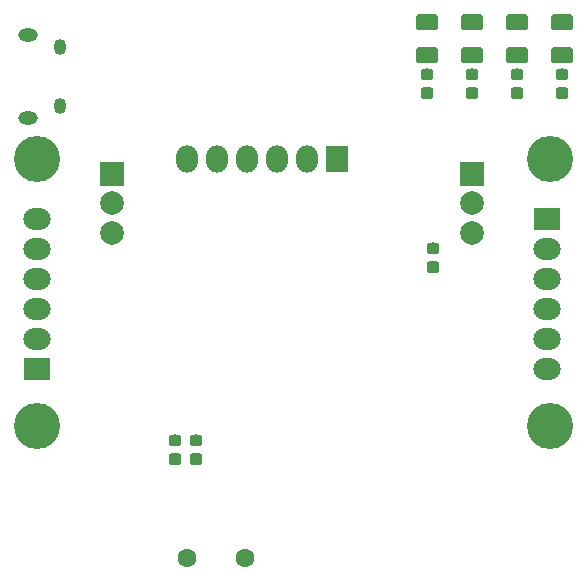
<source format=gbs>
G04 #@! TF.GenerationSoftware,KiCad,Pcbnew,(5.0.1-dev-5-g30da1a3b0)*
G04 #@! TF.CreationDate,2018-07-23T01:39:50-07:00*
G04 #@! TF.ProjectId,clock3,636C6F636B332E6B696361645F706362,rev?*
G04 #@! TF.SameCoordinates,Original*
G04 #@! TF.FileFunction,Soldermask,Bot*
G04 #@! TF.FilePolarity,Negative*
%FSLAX46Y46*%
G04 Gerber Fmt 4.6, Leading zero omitted, Abs format (unit mm)*
G04 Created by KiCad (PCBNEW (5.0.1-dev-5-g30da1a3b0)) date Mon Jul 23 01:39:50 2018*
%MOMM*%
%LPD*%
G01*
G04 APERTURE LIST*
%ADD10C,3.901600*%
%ADD11R,2.001600X2.001600*%
%ADD12C,2.001600*%
%ADD13C,0.100000*%
%ADD14C,0.976600*%
%ADD15C,1.351600*%
%ADD16O,1.051600X1.351600*%
%ADD17O,1.651600X1.101600*%
%ADD18R,1.841600X2.301600*%
%ADD19O,1.841600X2.301600*%
%ADD20O,2.301600X1.841600*%
%ADD21R,2.301600X1.841600*%
%ADD22C,1.601600*%
G04 APERTURE END LIST*
D10*
G04 #@! TO.C,MK4*
X148844000Y-112776000D03*
G04 #@! TD*
G04 #@! TO.C,MK3*
X105410000Y-112776000D03*
G04 #@! TD*
G04 #@! TO.C,MK2*
X148844000Y-90170000D03*
G04 #@! TD*
D11*
G04 #@! TO.C,BOOT1*
X111760000Y-91440000D03*
D12*
X111760000Y-93940000D03*
X111760000Y-96440000D03*
G04 #@! TD*
G04 #@! TO.C,BOOT2*
X142240000Y-96440000D03*
X142240000Y-93940000D03*
D11*
X142240000Y-91440000D03*
G04 #@! TD*
D13*
G04 #@! TO.C,C10*
G36*
X117399581Y-113533376D02*
X117423281Y-113536891D01*
X117446523Y-113542713D01*
X117469082Y-113550785D01*
X117490742Y-113561029D01*
X117511292Y-113573347D01*
X117530537Y-113587619D01*
X117548290Y-113603710D01*
X117564381Y-113621463D01*
X117578653Y-113640708D01*
X117590971Y-113661258D01*
X117601215Y-113682918D01*
X117609287Y-113705477D01*
X117615109Y-113728719D01*
X117618624Y-113752419D01*
X117619800Y-113776350D01*
X117619800Y-114264650D01*
X117618624Y-114288581D01*
X117615109Y-114312281D01*
X117609287Y-114335523D01*
X117601215Y-114358082D01*
X117590971Y-114379742D01*
X117578653Y-114400292D01*
X117564381Y-114419537D01*
X117548290Y-114437290D01*
X117530537Y-114453381D01*
X117511292Y-114467653D01*
X117490742Y-114479971D01*
X117469082Y-114490215D01*
X117446523Y-114498287D01*
X117423281Y-114504109D01*
X117399581Y-114507624D01*
X117375650Y-114508800D01*
X116812350Y-114508800D01*
X116788419Y-114507624D01*
X116764719Y-114504109D01*
X116741477Y-114498287D01*
X116718918Y-114490215D01*
X116697258Y-114479971D01*
X116676708Y-114467653D01*
X116657463Y-114453381D01*
X116639710Y-114437290D01*
X116623619Y-114419537D01*
X116609347Y-114400292D01*
X116597029Y-114379742D01*
X116586785Y-114358082D01*
X116578713Y-114335523D01*
X116572891Y-114312281D01*
X116569376Y-114288581D01*
X116568200Y-114264650D01*
X116568200Y-113776350D01*
X116569376Y-113752419D01*
X116572891Y-113728719D01*
X116578713Y-113705477D01*
X116586785Y-113682918D01*
X116597029Y-113661258D01*
X116609347Y-113640708D01*
X116623619Y-113621463D01*
X116639710Y-113603710D01*
X116657463Y-113587619D01*
X116676708Y-113573347D01*
X116697258Y-113561029D01*
X116718918Y-113550785D01*
X116741477Y-113542713D01*
X116764719Y-113536891D01*
X116788419Y-113533376D01*
X116812350Y-113532200D01*
X117375650Y-113532200D01*
X117399581Y-113533376D01*
X117399581Y-113533376D01*
G37*
D14*
X117094000Y-114020500D03*
D13*
G36*
X117399581Y-115108376D02*
X117423281Y-115111891D01*
X117446523Y-115117713D01*
X117469082Y-115125785D01*
X117490742Y-115136029D01*
X117511292Y-115148347D01*
X117530537Y-115162619D01*
X117548290Y-115178710D01*
X117564381Y-115196463D01*
X117578653Y-115215708D01*
X117590971Y-115236258D01*
X117601215Y-115257918D01*
X117609287Y-115280477D01*
X117615109Y-115303719D01*
X117618624Y-115327419D01*
X117619800Y-115351350D01*
X117619800Y-115839650D01*
X117618624Y-115863581D01*
X117615109Y-115887281D01*
X117609287Y-115910523D01*
X117601215Y-115933082D01*
X117590971Y-115954742D01*
X117578653Y-115975292D01*
X117564381Y-115994537D01*
X117548290Y-116012290D01*
X117530537Y-116028381D01*
X117511292Y-116042653D01*
X117490742Y-116054971D01*
X117469082Y-116065215D01*
X117446523Y-116073287D01*
X117423281Y-116079109D01*
X117399581Y-116082624D01*
X117375650Y-116083800D01*
X116812350Y-116083800D01*
X116788419Y-116082624D01*
X116764719Y-116079109D01*
X116741477Y-116073287D01*
X116718918Y-116065215D01*
X116697258Y-116054971D01*
X116676708Y-116042653D01*
X116657463Y-116028381D01*
X116639710Y-116012290D01*
X116623619Y-115994537D01*
X116609347Y-115975292D01*
X116597029Y-115954742D01*
X116586785Y-115933082D01*
X116578713Y-115910523D01*
X116572891Y-115887281D01*
X116569376Y-115863581D01*
X116568200Y-115839650D01*
X116568200Y-115351350D01*
X116569376Y-115327419D01*
X116572891Y-115303719D01*
X116578713Y-115280477D01*
X116586785Y-115257918D01*
X116597029Y-115236258D01*
X116609347Y-115215708D01*
X116623619Y-115196463D01*
X116639710Y-115178710D01*
X116657463Y-115162619D01*
X116676708Y-115148347D01*
X116697258Y-115136029D01*
X116718918Y-115125785D01*
X116741477Y-115117713D01*
X116764719Y-115111891D01*
X116788419Y-115108376D01*
X116812350Y-115107200D01*
X117375650Y-115107200D01*
X117399581Y-115108376D01*
X117399581Y-115108376D01*
G37*
D14*
X117094000Y-115595500D03*
G04 #@! TD*
D13*
G04 #@! TO.C,C11*
G36*
X119177581Y-115108376D02*
X119201281Y-115111891D01*
X119224523Y-115117713D01*
X119247082Y-115125785D01*
X119268742Y-115136029D01*
X119289292Y-115148347D01*
X119308537Y-115162619D01*
X119326290Y-115178710D01*
X119342381Y-115196463D01*
X119356653Y-115215708D01*
X119368971Y-115236258D01*
X119379215Y-115257918D01*
X119387287Y-115280477D01*
X119393109Y-115303719D01*
X119396624Y-115327419D01*
X119397800Y-115351350D01*
X119397800Y-115839650D01*
X119396624Y-115863581D01*
X119393109Y-115887281D01*
X119387287Y-115910523D01*
X119379215Y-115933082D01*
X119368971Y-115954742D01*
X119356653Y-115975292D01*
X119342381Y-115994537D01*
X119326290Y-116012290D01*
X119308537Y-116028381D01*
X119289292Y-116042653D01*
X119268742Y-116054971D01*
X119247082Y-116065215D01*
X119224523Y-116073287D01*
X119201281Y-116079109D01*
X119177581Y-116082624D01*
X119153650Y-116083800D01*
X118590350Y-116083800D01*
X118566419Y-116082624D01*
X118542719Y-116079109D01*
X118519477Y-116073287D01*
X118496918Y-116065215D01*
X118475258Y-116054971D01*
X118454708Y-116042653D01*
X118435463Y-116028381D01*
X118417710Y-116012290D01*
X118401619Y-115994537D01*
X118387347Y-115975292D01*
X118375029Y-115954742D01*
X118364785Y-115933082D01*
X118356713Y-115910523D01*
X118350891Y-115887281D01*
X118347376Y-115863581D01*
X118346200Y-115839650D01*
X118346200Y-115351350D01*
X118347376Y-115327419D01*
X118350891Y-115303719D01*
X118356713Y-115280477D01*
X118364785Y-115257918D01*
X118375029Y-115236258D01*
X118387347Y-115215708D01*
X118401619Y-115196463D01*
X118417710Y-115178710D01*
X118435463Y-115162619D01*
X118454708Y-115148347D01*
X118475258Y-115136029D01*
X118496918Y-115125785D01*
X118519477Y-115117713D01*
X118542719Y-115111891D01*
X118566419Y-115108376D01*
X118590350Y-115107200D01*
X119153650Y-115107200D01*
X119177581Y-115108376D01*
X119177581Y-115108376D01*
G37*
D14*
X118872000Y-115595500D03*
D13*
G36*
X119177581Y-113533376D02*
X119201281Y-113536891D01*
X119224523Y-113542713D01*
X119247082Y-113550785D01*
X119268742Y-113561029D01*
X119289292Y-113573347D01*
X119308537Y-113587619D01*
X119326290Y-113603710D01*
X119342381Y-113621463D01*
X119356653Y-113640708D01*
X119368971Y-113661258D01*
X119379215Y-113682918D01*
X119387287Y-113705477D01*
X119393109Y-113728719D01*
X119396624Y-113752419D01*
X119397800Y-113776350D01*
X119397800Y-114264650D01*
X119396624Y-114288581D01*
X119393109Y-114312281D01*
X119387287Y-114335523D01*
X119379215Y-114358082D01*
X119368971Y-114379742D01*
X119356653Y-114400292D01*
X119342381Y-114419537D01*
X119326290Y-114437290D01*
X119308537Y-114453381D01*
X119289292Y-114467653D01*
X119268742Y-114479971D01*
X119247082Y-114490215D01*
X119224523Y-114498287D01*
X119201281Y-114504109D01*
X119177581Y-114507624D01*
X119153650Y-114508800D01*
X118590350Y-114508800D01*
X118566419Y-114507624D01*
X118542719Y-114504109D01*
X118519477Y-114498287D01*
X118496918Y-114490215D01*
X118475258Y-114479971D01*
X118454708Y-114467653D01*
X118435463Y-114453381D01*
X118417710Y-114437290D01*
X118401619Y-114419537D01*
X118387347Y-114400292D01*
X118375029Y-114379742D01*
X118364785Y-114358082D01*
X118356713Y-114335523D01*
X118350891Y-114312281D01*
X118347376Y-114288581D01*
X118346200Y-114264650D01*
X118346200Y-113776350D01*
X118347376Y-113752419D01*
X118350891Y-113728719D01*
X118356713Y-113705477D01*
X118364785Y-113682918D01*
X118375029Y-113661258D01*
X118387347Y-113640708D01*
X118401619Y-113621463D01*
X118417710Y-113603710D01*
X118435463Y-113587619D01*
X118454708Y-113573347D01*
X118475258Y-113561029D01*
X118496918Y-113550785D01*
X118519477Y-113542713D01*
X118542719Y-113536891D01*
X118566419Y-113533376D01*
X118590350Y-113532200D01*
X119153650Y-113532200D01*
X119177581Y-113533376D01*
X119177581Y-113533376D01*
G37*
D14*
X118872000Y-114020500D03*
G04 #@! TD*
D13*
G04 #@! TO.C,D1*
G36*
X139111976Y-80735502D02*
X139138217Y-80739394D01*
X139163950Y-80745840D01*
X139188927Y-80754777D01*
X139212908Y-80766119D01*
X139235662Y-80779757D01*
X139256969Y-80795560D01*
X139276625Y-80813375D01*
X139294440Y-80833031D01*
X139310243Y-80854338D01*
X139323881Y-80877092D01*
X139335223Y-80901073D01*
X139344160Y-80926050D01*
X139350606Y-80951783D01*
X139354498Y-80978024D01*
X139355800Y-81004520D01*
X139355800Y-81815480D01*
X139354498Y-81841976D01*
X139350606Y-81868217D01*
X139344160Y-81893950D01*
X139335223Y-81918927D01*
X139323881Y-81942908D01*
X139310243Y-81965662D01*
X139294440Y-81986969D01*
X139276625Y-82006625D01*
X139256969Y-82024440D01*
X139235662Y-82040243D01*
X139212908Y-82053881D01*
X139188927Y-82065223D01*
X139163950Y-82074160D01*
X139138217Y-82080606D01*
X139111976Y-82084498D01*
X139085480Y-82085800D01*
X137774520Y-82085800D01*
X137748024Y-82084498D01*
X137721783Y-82080606D01*
X137696050Y-82074160D01*
X137671073Y-82065223D01*
X137647092Y-82053881D01*
X137624338Y-82040243D01*
X137603031Y-82024440D01*
X137583375Y-82006625D01*
X137565560Y-81986969D01*
X137549757Y-81965662D01*
X137536119Y-81942908D01*
X137524777Y-81918927D01*
X137515840Y-81893950D01*
X137509394Y-81868217D01*
X137505502Y-81841976D01*
X137504200Y-81815480D01*
X137504200Y-81004520D01*
X137505502Y-80978024D01*
X137509394Y-80951783D01*
X137515840Y-80926050D01*
X137524777Y-80901073D01*
X137536119Y-80877092D01*
X137549757Y-80854338D01*
X137565560Y-80833031D01*
X137583375Y-80813375D01*
X137603031Y-80795560D01*
X137624338Y-80779757D01*
X137647092Y-80766119D01*
X137671073Y-80754777D01*
X137696050Y-80745840D01*
X137721783Y-80739394D01*
X137748024Y-80735502D01*
X137774520Y-80734200D01*
X139085480Y-80734200D01*
X139111976Y-80735502D01*
X139111976Y-80735502D01*
G37*
D15*
X138430000Y-81410000D03*
D13*
G36*
X139111976Y-77935502D02*
X139138217Y-77939394D01*
X139163950Y-77945840D01*
X139188927Y-77954777D01*
X139212908Y-77966119D01*
X139235662Y-77979757D01*
X139256969Y-77995560D01*
X139276625Y-78013375D01*
X139294440Y-78033031D01*
X139310243Y-78054338D01*
X139323881Y-78077092D01*
X139335223Y-78101073D01*
X139344160Y-78126050D01*
X139350606Y-78151783D01*
X139354498Y-78178024D01*
X139355800Y-78204520D01*
X139355800Y-79015480D01*
X139354498Y-79041976D01*
X139350606Y-79068217D01*
X139344160Y-79093950D01*
X139335223Y-79118927D01*
X139323881Y-79142908D01*
X139310243Y-79165662D01*
X139294440Y-79186969D01*
X139276625Y-79206625D01*
X139256969Y-79224440D01*
X139235662Y-79240243D01*
X139212908Y-79253881D01*
X139188927Y-79265223D01*
X139163950Y-79274160D01*
X139138217Y-79280606D01*
X139111976Y-79284498D01*
X139085480Y-79285800D01*
X137774520Y-79285800D01*
X137748024Y-79284498D01*
X137721783Y-79280606D01*
X137696050Y-79274160D01*
X137671073Y-79265223D01*
X137647092Y-79253881D01*
X137624338Y-79240243D01*
X137603031Y-79224440D01*
X137583375Y-79206625D01*
X137565560Y-79186969D01*
X137549757Y-79165662D01*
X137536119Y-79142908D01*
X137524777Y-79118927D01*
X137515840Y-79093950D01*
X137509394Y-79068217D01*
X137505502Y-79041976D01*
X137504200Y-79015480D01*
X137504200Y-78204520D01*
X137505502Y-78178024D01*
X137509394Y-78151783D01*
X137515840Y-78126050D01*
X137524777Y-78101073D01*
X137536119Y-78077092D01*
X137549757Y-78054338D01*
X137565560Y-78033031D01*
X137583375Y-78013375D01*
X137603031Y-77995560D01*
X137624338Y-77979757D01*
X137647092Y-77966119D01*
X137671073Y-77954777D01*
X137696050Y-77945840D01*
X137721783Y-77939394D01*
X137748024Y-77935502D01*
X137774520Y-77934200D01*
X139085480Y-77934200D01*
X139111976Y-77935502D01*
X139111976Y-77935502D01*
G37*
D15*
X138430000Y-78610000D03*
G04 #@! TD*
D13*
G04 #@! TO.C,D2*
G36*
X142921976Y-77935502D02*
X142948217Y-77939394D01*
X142973950Y-77945840D01*
X142998927Y-77954777D01*
X143022908Y-77966119D01*
X143045662Y-77979757D01*
X143066969Y-77995560D01*
X143086625Y-78013375D01*
X143104440Y-78033031D01*
X143120243Y-78054338D01*
X143133881Y-78077092D01*
X143145223Y-78101073D01*
X143154160Y-78126050D01*
X143160606Y-78151783D01*
X143164498Y-78178024D01*
X143165800Y-78204520D01*
X143165800Y-79015480D01*
X143164498Y-79041976D01*
X143160606Y-79068217D01*
X143154160Y-79093950D01*
X143145223Y-79118927D01*
X143133881Y-79142908D01*
X143120243Y-79165662D01*
X143104440Y-79186969D01*
X143086625Y-79206625D01*
X143066969Y-79224440D01*
X143045662Y-79240243D01*
X143022908Y-79253881D01*
X142998927Y-79265223D01*
X142973950Y-79274160D01*
X142948217Y-79280606D01*
X142921976Y-79284498D01*
X142895480Y-79285800D01*
X141584520Y-79285800D01*
X141558024Y-79284498D01*
X141531783Y-79280606D01*
X141506050Y-79274160D01*
X141481073Y-79265223D01*
X141457092Y-79253881D01*
X141434338Y-79240243D01*
X141413031Y-79224440D01*
X141393375Y-79206625D01*
X141375560Y-79186969D01*
X141359757Y-79165662D01*
X141346119Y-79142908D01*
X141334777Y-79118927D01*
X141325840Y-79093950D01*
X141319394Y-79068217D01*
X141315502Y-79041976D01*
X141314200Y-79015480D01*
X141314200Y-78204520D01*
X141315502Y-78178024D01*
X141319394Y-78151783D01*
X141325840Y-78126050D01*
X141334777Y-78101073D01*
X141346119Y-78077092D01*
X141359757Y-78054338D01*
X141375560Y-78033031D01*
X141393375Y-78013375D01*
X141413031Y-77995560D01*
X141434338Y-77979757D01*
X141457092Y-77966119D01*
X141481073Y-77954777D01*
X141506050Y-77945840D01*
X141531783Y-77939394D01*
X141558024Y-77935502D01*
X141584520Y-77934200D01*
X142895480Y-77934200D01*
X142921976Y-77935502D01*
X142921976Y-77935502D01*
G37*
D15*
X142240000Y-78610000D03*
D13*
G36*
X142921976Y-80735502D02*
X142948217Y-80739394D01*
X142973950Y-80745840D01*
X142998927Y-80754777D01*
X143022908Y-80766119D01*
X143045662Y-80779757D01*
X143066969Y-80795560D01*
X143086625Y-80813375D01*
X143104440Y-80833031D01*
X143120243Y-80854338D01*
X143133881Y-80877092D01*
X143145223Y-80901073D01*
X143154160Y-80926050D01*
X143160606Y-80951783D01*
X143164498Y-80978024D01*
X143165800Y-81004520D01*
X143165800Y-81815480D01*
X143164498Y-81841976D01*
X143160606Y-81868217D01*
X143154160Y-81893950D01*
X143145223Y-81918927D01*
X143133881Y-81942908D01*
X143120243Y-81965662D01*
X143104440Y-81986969D01*
X143086625Y-82006625D01*
X143066969Y-82024440D01*
X143045662Y-82040243D01*
X143022908Y-82053881D01*
X142998927Y-82065223D01*
X142973950Y-82074160D01*
X142948217Y-82080606D01*
X142921976Y-82084498D01*
X142895480Y-82085800D01*
X141584520Y-82085800D01*
X141558024Y-82084498D01*
X141531783Y-82080606D01*
X141506050Y-82074160D01*
X141481073Y-82065223D01*
X141457092Y-82053881D01*
X141434338Y-82040243D01*
X141413031Y-82024440D01*
X141393375Y-82006625D01*
X141375560Y-81986969D01*
X141359757Y-81965662D01*
X141346119Y-81942908D01*
X141334777Y-81918927D01*
X141325840Y-81893950D01*
X141319394Y-81868217D01*
X141315502Y-81841976D01*
X141314200Y-81815480D01*
X141314200Y-81004520D01*
X141315502Y-80978024D01*
X141319394Y-80951783D01*
X141325840Y-80926050D01*
X141334777Y-80901073D01*
X141346119Y-80877092D01*
X141359757Y-80854338D01*
X141375560Y-80833031D01*
X141393375Y-80813375D01*
X141413031Y-80795560D01*
X141434338Y-80779757D01*
X141457092Y-80766119D01*
X141481073Y-80754777D01*
X141506050Y-80745840D01*
X141531783Y-80739394D01*
X141558024Y-80735502D01*
X141584520Y-80734200D01*
X142895480Y-80734200D01*
X142921976Y-80735502D01*
X142921976Y-80735502D01*
G37*
D15*
X142240000Y-81410000D03*
G04 #@! TD*
D13*
G04 #@! TO.C,D3*
G36*
X146731976Y-77935502D02*
X146758217Y-77939394D01*
X146783950Y-77945840D01*
X146808927Y-77954777D01*
X146832908Y-77966119D01*
X146855662Y-77979757D01*
X146876969Y-77995560D01*
X146896625Y-78013375D01*
X146914440Y-78033031D01*
X146930243Y-78054338D01*
X146943881Y-78077092D01*
X146955223Y-78101073D01*
X146964160Y-78126050D01*
X146970606Y-78151783D01*
X146974498Y-78178024D01*
X146975800Y-78204520D01*
X146975800Y-79015480D01*
X146974498Y-79041976D01*
X146970606Y-79068217D01*
X146964160Y-79093950D01*
X146955223Y-79118927D01*
X146943881Y-79142908D01*
X146930243Y-79165662D01*
X146914440Y-79186969D01*
X146896625Y-79206625D01*
X146876969Y-79224440D01*
X146855662Y-79240243D01*
X146832908Y-79253881D01*
X146808927Y-79265223D01*
X146783950Y-79274160D01*
X146758217Y-79280606D01*
X146731976Y-79284498D01*
X146705480Y-79285800D01*
X145394520Y-79285800D01*
X145368024Y-79284498D01*
X145341783Y-79280606D01*
X145316050Y-79274160D01*
X145291073Y-79265223D01*
X145267092Y-79253881D01*
X145244338Y-79240243D01*
X145223031Y-79224440D01*
X145203375Y-79206625D01*
X145185560Y-79186969D01*
X145169757Y-79165662D01*
X145156119Y-79142908D01*
X145144777Y-79118927D01*
X145135840Y-79093950D01*
X145129394Y-79068217D01*
X145125502Y-79041976D01*
X145124200Y-79015480D01*
X145124200Y-78204520D01*
X145125502Y-78178024D01*
X145129394Y-78151783D01*
X145135840Y-78126050D01*
X145144777Y-78101073D01*
X145156119Y-78077092D01*
X145169757Y-78054338D01*
X145185560Y-78033031D01*
X145203375Y-78013375D01*
X145223031Y-77995560D01*
X145244338Y-77979757D01*
X145267092Y-77966119D01*
X145291073Y-77954777D01*
X145316050Y-77945840D01*
X145341783Y-77939394D01*
X145368024Y-77935502D01*
X145394520Y-77934200D01*
X146705480Y-77934200D01*
X146731976Y-77935502D01*
X146731976Y-77935502D01*
G37*
D15*
X146050000Y-78610000D03*
D13*
G36*
X146731976Y-80735502D02*
X146758217Y-80739394D01*
X146783950Y-80745840D01*
X146808927Y-80754777D01*
X146832908Y-80766119D01*
X146855662Y-80779757D01*
X146876969Y-80795560D01*
X146896625Y-80813375D01*
X146914440Y-80833031D01*
X146930243Y-80854338D01*
X146943881Y-80877092D01*
X146955223Y-80901073D01*
X146964160Y-80926050D01*
X146970606Y-80951783D01*
X146974498Y-80978024D01*
X146975800Y-81004520D01*
X146975800Y-81815480D01*
X146974498Y-81841976D01*
X146970606Y-81868217D01*
X146964160Y-81893950D01*
X146955223Y-81918927D01*
X146943881Y-81942908D01*
X146930243Y-81965662D01*
X146914440Y-81986969D01*
X146896625Y-82006625D01*
X146876969Y-82024440D01*
X146855662Y-82040243D01*
X146832908Y-82053881D01*
X146808927Y-82065223D01*
X146783950Y-82074160D01*
X146758217Y-82080606D01*
X146731976Y-82084498D01*
X146705480Y-82085800D01*
X145394520Y-82085800D01*
X145368024Y-82084498D01*
X145341783Y-82080606D01*
X145316050Y-82074160D01*
X145291073Y-82065223D01*
X145267092Y-82053881D01*
X145244338Y-82040243D01*
X145223031Y-82024440D01*
X145203375Y-82006625D01*
X145185560Y-81986969D01*
X145169757Y-81965662D01*
X145156119Y-81942908D01*
X145144777Y-81918927D01*
X145135840Y-81893950D01*
X145129394Y-81868217D01*
X145125502Y-81841976D01*
X145124200Y-81815480D01*
X145124200Y-81004520D01*
X145125502Y-80978024D01*
X145129394Y-80951783D01*
X145135840Y-80926050D01*
X145144777Y-80901073D01*
X145156119Y-80877092D01*
X145169757Y-80854338D01*
X145185560Y-80833031D01*
X145203375Y-80813375D01*
X145223031Y-80795560D01*
X145244338Y-80779757D01*
X145267092Y-80766119D01*
X145291073Y-80754777D01*
X145316050Y-80745840D01*
X145341783Y-80739394D01*
X145368024Y-80735502D01*
X145394520Y-80734200D01*
X146705480Y-80734200D01*
X146731976Y-80735502D01*
X146731976Y-80735502D01*
G37*
D15*
X146050000Y-81410000D03*
G04 #@! TD*
D13*
G04 #@! TO.C,D4*
G36*
X150541976Y-80735502D02*
X150568217Y-80739394D01*
X150593950Y-80745840D01*
X150618927Y-80754777D01*
X150642908Y-80766119D01*
X150665662Y-80779757D01*
X150686969Y-80795560D01*
X150706625Y-80813375D01*
X150724440Y-80833031D01*
X150740243Y-80854338D01*
X150753881Y-80877092D01*
X150765223Y-80901073D01*
X150774160Y-80926050D01*
X150780606Y-80951783D01*
X150784498Y-80978024D01*
X150785800Y-81004520D01*
X150785800Y-81815480D01*
X150784498Y-81841976D01*
X150780606Y-81868217D01*
X150774160Y-81893950D01*
X150765223Y-81918927D01*
X150753881Y-81942908D01*
X150740243Y-81965662D01*
X150724440Y-81986969D01*
X150706625Y-82006625D01*
X150686969Y-82024440D01*
X150665662Y-82040243D01*
X150642908Y-82053881D01*
X150618927Y-82065223D01*
X150593950Y-82074160D01*
X150568217Y-82080606D01*
X150541976Y-82084498D01*
X150515480Y-82085800D01*
X149204520Y-82085800D01*
X149178024Y-82084498D01*
X149151783Y-82080606D01*
X149126050Y-82074160D01*
X149101073Y-82065223D01*
X149077092Y-82053881D01*
X149054338Y-82040243D01*
X149033031Y-82024440D01*
X149013375Y-82006625D01*
X148995560Y-81986969D01*
X148979757Y-81965662D01*
X148966119Y-81942908D01*
X148954777Y-81918927D01*
X148945840Y-81893950D01*
X148939394Y-81868217D01*
X148935502Y-81841976D01*
X148934200Y-81815480D01*
X148934200Y-81004520D01*
X148935502Y-80978024D01*
X148939394Y-80951783D01*
X148945840Y-80926050D01*
X148954777Y-80901073D01*
X148966119Y-80877092D01*
X148979757Y-80854338D01*
X148995560Y-80833031D01*
X149013375Y-80813375D01*
X149033031Y-80795560D01*
X149054338Y-80779757D01*
X149077092Y-80766119D01*
X149101073Y-80754777D01*
X149126050Y-80745840D01*
X149151783Y-80739394D01*
X149178024Y-80735502D01*
X149204520Y-80734200D01*
X150515480Y-80734200D01*
X150541976Y-80735502D01*
X150541976Y-80735502D01*
G37*
D15*
X149860000Y-81410000D03*
D13*
G36*
X150541976Y-77935502D02*
X150568217Y-77939394D01*
X150593950Y-77945840D01*
X150618927Y-77954777D01*
X150642908Y-77966119D01*
X150665662Y-77979757D01*
X150686969Y-77995560D01*
X150706625Y-78013375D01*
X150724440Y-78033031D01*
X150740243Y-78054338D01*
X150753881Y-78077092D01*
X150765223Y-78101073D01*
X150774160Y-78126050D01*
X150780606Y-78151783D01*
X150784498Y-78178024D01*
X150785800Y-78204520D01*
X150785800Y-79015480D01*
X150784498Y-79041976D01*
X150780606Y-79068217D01*
X150774160Y-79093950D01*
X150765223Y-79118927D01*
X150753881Y-79142908D01*
X150740243Y-79165662D01*
X150724440Y-79186969D01*
X150706625Y-79206625D01*
X150686969Y-79224440D01*
X150665662Y-79240243D01*
X150642908Y-79253881D01*
X150618927Y-79265223D01*
X150593950Y-79274160D01*
X150568217Y-79280606D01*
X150541976Y-79284498D01*
X150515480Y-79285800D01*
X149204520Y-79285800D01*
X149178024Y-79284498D01*
X149151783Y-79280606D01*
X149126050Y-79274160D01*
X149101073Y-79265223D01*
X149077092Y-79253881D01*
X149054338Y-79240243D01*
X149033031Y-79224440D01*
X149013375Y-79206625D01*
X148995560Y-79186969D01*
X148979757Y-79165662D01*
X148966119Y-79142908D01*
X148954777Y-79118927D01*
X148945840Y-79093950D01*
X148939394Y-79068217D01*
X148935502Y-79041976D01*
X148934200Y-79015480D01*
X148934200Y-78204520D01*
X148935502Y-78178024D01*
X148939394Y-78151783D01*
X148945840Y-78126050D01*
X148954777Y-78101073D01*
X148966119Y-78077092D01*
X148979757Y-78054338D01*
X148995560Y-78033031D01*
X149013375Y-78013375D01*
X149033031Y-77995560D01*
X149054338Y-77979757D01*
X149077092Y-77966119D01*
X149101073Y-77954777D01*
X149126050Y-77945840D01*
X149151783Y-77939394D01*
X149178024Y-77935502D01*
X149204520Y-77934200D01*
X150515480Y-77934200D01*
X150541976Y-77935502D01*
X150541976Y-77935502D01*
G37*
D15*
X149860000Y-78610000D03*
G04 #@! TD*
D16*
G04 #@! TO.C,J1*
X107315000Y-85715000D03*
X107315000Y-80715000D03*
D17*
X104615000Y-79715000D03*
X104615000Y-86715000D03*
G04 #@! TD*
D18*
G04 #@! TO.C,J3*
X130810000Y-90170000D03*
D19*
X128270000Y-90170000D03*
X125730000Y-90170000D03*
X123190000Y-90170000D03*
X120650000Y-90170000D03*
X118110000Y-90170000D03*
G04 #@! TD*
D20*
G04 #@! TO.C,J4*
X105410000Y-95250000D03*
X105410000Y-97790000D03*
X105410000Y-100330000D03*
X105410000Y-102870000D03*
X105410000Y-105410000D03*
D21*
X105410000Y-107950000D03*
G04 #@! TD*
G04 #@! TO.C,J5*
X148590000Y-95250000D03*
D20*
X148590000Y-97790000D03*
X148590000Y-100330000D03*
X148590000Y-102870000D03*
X148590000Y-105410000D03*
X148590000Y-107950000D03*
G04 #@! TD*
D10*
G04 #@! TO.C,MK1*
X105410000Y-90170000D03*
G04 #@! TD*
D13*
G04 #@! TO.C,R3*
G36*
X139243581Y-97277376D02*
X139267281Y-97280891D01*
X139290523Y-97286713D01*
X139313082Y-97294785D01*
X139334742Y-97305029D01*
X139355292Y-97317347D01*
X139374537Y-97331619D01*
X139392290Y-97347710D01*
X139408381Y-97365463D01*
X139422653Y-97384708D01*
X139434971Y-97405258D01*
X139445215Y-97426918D01*
X139453287Y-97449477D01*
X139459109Y-97472719D01*
X139462624Y-97496419D01*
X139463800Y-97520350D01*
X139463800Y-98008650D01*
X139462624Y-98032581D01*
X139459109Y-98056281D01*
X139453287Y-98079523D01*
X139445215Y-98102082D01*
X139434971Y-98123742D01*
X139422653Y-98144292D01*
X139408381Y-98163537D01*
X139392290Y-98181290D01*
X139374537Y-98197381D01*
X139355292Y-98211653D01*
X139334742Y-98223971D01*
X139313082Y-98234215D01*
X139290523Y-98242287D01*
X139267281Y-98248109D01*
X139243581Y-98251624D01*
X139219650Y-98252800D01*
X138656350Y-98252800D01*
X138632419Y-98251624D01*
X138608719Y-98248109D01*
X138585477Y-98242287D01*
X138562918Y-98234215D01*
X138541258Y-98223971D01*
X138520708Y-98211653D01*
X138501463Y-98197381D01*
X138483710Y-98181290D01*
X138467619Y-98163537D01*
X138453347Y-98144292D01*
X138441029Y-98123742D01*
X138430785Y-98102082D01*
X138422713Y-98079523D01*
X138416891Y-98056281D01*
X138413376Y-98032581D01*
X138412200Y-98008650D01*
X138412200Y-97520350D01*
X138413376Y-97496419D01*
X138416891Y-97472719D01*
X138422713Y-97449477D01*
X138430785Y-97426918D01*
X138441029Y-97405258D01*
X138453347Y-97384708D01*
X138467619Y-97365463D01*
X138483710Y-97347710D01*
X138501463Y-97331619D01*
X138520708Y-97317347D01*
X138541258Y-97305029D01*
X138562918Y-97294785D01*
X138585477Y-97286713D01*
X138608719Y-97280891D01*
X138632419Y-97277376D01*
X138656350Y-97276200D01*
X139219650Y-97276200D01*
X139243581Y-97277376D01*
X139243581Y-97277376D01*
G37*
D14*
X138938000Y-97764500D03*
D13*
G36*
X139243581Y-98852376D02*
X139267281Y-98855891D01*
X139290523Y-98861713D01*
X139313082Y-98869785D01*
X139334742Y-98880029D01*
X139355292Y-98892347D01*
X139374537Y-98906619D01*
X139392290Y-98922710D01*
X139408381Y-98940463D01*
X139422653Y-98959708D01*
X139434971Y-98980258D01*
X139445215Y-99001918D01*
X139453287Y-99024477D01*
X139459109Y-99047719D01*
X139462624Y-99071419D01*
X139463800Y-99095350D01*
X139463800Y-99583650D01*
X139462624Y-99607581D01*
X139459109Y-99631281D01*
X139453287Y-99654523D01*
X139445215Y-99677082D01*
X139434971Y-99698742D01*
X139422653Y-99719292D01*
X139408381Y-99738537D01*
X139392290Y-99756290D01*
X139374537Y-99772381D01*
X139355292Y-99786653D01*
X139334742Y-99798971D01*
X139313082Y-99809215D01*
X139290523Y-99817287D01*
X139267281Y-99823109D01*
X139243581Y-99826624D01*
X139219650Y-99827800D01*
X138656350Y-99827800D01*
X138632419Y-99826624D01*
X138608719Y-99823109D01*
X138585477Y-99817287D01*
X138562918Y-99809215D01*
X138541258Y-99798971D01*
X138520708Y-99786653D01*
X138501463Y-99772381D01*
X138483710Y-99756290D01*
X138467619Y-99738537D01*
X138453347Y-99719292D01*
X138441029Y-99698742D01*
X138430785Y-99677082D01*
X138422713Y-99654523D01*
X138416891Y-99631281D01*
X138413376Y-99607581D01*
X138412200Y-99583650D01*
X138412200Y-99095350D01*
X138413376Y-99071419D01*
X138416891Y-99047719D01*
X138422713Y-99024477D01*
X138430785Y-99001918D01*
X138441029Y-98980258D01*
X138453347Y-98959708D01*
X138467619Y-98940463D01*
X138483710Y-98922710D01*
X138501463Y-98906619D01*
X138520708Y-98892347D01*
X138541258Y-98880029D01*
X138562918Y-98869785D01*
X138585477Y-98861713D01*
X138608719Y-98855891D01*
X138632419Y-98852376D01*
X138656350Y-98851200D01*
X139219650Y-98851200D01*
X139243581Y-98852376D01*
X139243581Y-98852376D01*
G37*
D14*
X138938000Y-99339500D03*
G04 #@! TD*
D13*
G04 #@! TO.C,R4*
G36*
X138735581Y-84120376D02*
X138759281Y-84123891D01*
X138782523Y-84129713D01*
X138805082Y-84137785D01*
X138826742Y-84148029D01*
X138847292Y-84160347D01*
X138866537Y-84174619D01*
X138884290Y-84190710D01*
X138900381Y-84208463D01*
X138914653Y-84227708D01*
X138926971Y-84248258D01*
X138937215Y-84269918D01*
X138945287Y-84292477D01*
X138951109Y-84315719D01*
X138954624Y-84339419D01*
X138955800Y-84363350D01*
X138955800Y-84851650D01*
X138954624Y-84875581D01*
X138951109Y-84899281D01*
X138945287Y-84922523D01*
X138937215Y-84945082D01*
X138926971Y-84966742D01*
X138914653Y-84987292D01*
X138900381Y-85006537D01*
X138884290Y-85024290D01*
X138866537Y-85040381D01*
X138847292Y-85054653D01*
X138826742Y-85066971D01*
X138805082Y-85077215D01*
X138782523Y-85085287D01*
X138759281Y-85091109D01*
X138735581Y-85094624D01*
X138711650Y-85095800D01*
X138148350Y-85095800D01*
X138124419Y-85094624D01*
X138100719Y-85091109D01*
X138077477Y-85085287D01*
X138054918Y-85077215D01*
X138033258Y-85066971D01*
X138012708Y-85054653D01*
X137993463Y-85040381D01*
X137975710Y-85024290D01*
X137959619Y-85006537D01*
X137945347Y-84987292D01*
X137933029Y-84966742D01*
X137922785Y-84945082D01*
X137914713Y-84922523D01*
X137908891Y-84899281D01*
X137905376Y-84875581D01*
X137904200Y-84851650D01*
X137904200Y-84363350D01*
X137905376Y-84339419D01*
X137908891Y-84315719D01*
X137914713Y-84292477D01*
X137922785Y-84269918D01*
X137933029Y-84248258D01*
X137945347Y-84227708D01*
X137959619Y-84208463D01*
X137975710Y-84190710D01*
X137993463Y-84174619D01*
X138012708Y-84160347D01*
X138033258Y-84148029D01*
X138054918Y-84137785D01*
X138077477Y-84129713D01*
X138100719Y-84123891D01*
X138124419Y-84120376D01*
X138148350Y-84119200D01*
X138711650Y-84119200D01*
X138735581Y-84120376D01*
X138735581Y-84120376D01*
G37*
D14*
X138430000Y-84607500D03*
D13*
G36*
X138735581Y-82545376D02*
X138759281Y-82548891D01*
X138782523Y-82554713D01*
X138805082Y-82562785D01*
X138826742Y-82573029D01*
X138847292Y-82585347D01*
X138866537Y-82599619D01*
X138884290Y-82615710D01*
X138900381Y-82633463D01*
X138914653Y-82652708D01*
X138926971Y-82673258D01*
X138937215Y-82694918D01*
X138945287Y-82717477D01*
X138951109Y-82740719D01*
X138954624Y-82764419D01*
X138955800Y-82788350D01*
X138955800Y-83276650D01*
X138954624Y-83300581D01*
X138951109Y-83324281D01*
X138945287Y-83347523D01*
X138937215Y-83370082D01*
X138926971Y-83391742D01*
X138914653Y-83412292D01*
X138900381Y-83431537D01*
X138884290Y-83449290D01*
X138866537Y-83465381D01*
X138847292Y-83479653D01*
X138826742Y-83491971D01*
X138805082Y-83502215D01*
X138782523Y-83510287D01*
X138759281Y-83516109D01*
X138735581Y-83519624D01*
X138711650Y-83520800D01*
X138148350Y-83520800D01*
X138124419Y-83519624D01*
X138100719Y-83516109D01*
X138077477Y-83510287D01*
X138054918Y-83502215D01*
X138033258Y-83491971D01*
X138012708Y-83479653D01*
X137993463Y-83465381D01*
X137975710Y-83449290D01*
X137959619Y-83431537D01*
X137945347Y-83412292D01*
X137933029Y-83391742D01*
X137922785Y-83370082D01*
X137914713Y-83347523D01*
X137908891Y-83324281D01*
X137905376Y-83300581D01*
X137904200Y-83276650D01*
X137904200Y-82788350D01*
X137905376Y-82764419D01*
X137908891Y-82740719D01*
X137914713Y-82717477D01*
X137922785Y-82694918D01*
X137933029Y-82673258D01*
X137945347Y-82652708D01*
X137959619Y-82633463D01*
X137975710Y-82615710D01*
X137993463Y-82599619D01*
X138012708Y-82585347D01*
X138033258Y-82573029D01*
X138054918Y-82562785D01*
X138077477Y-82554713D01*
X138100719Y-82548891D01*
X138124419Y-82545376D01*
X138148350Y-82544200D01*
X138711650Y-82544200D01*
X138735581Y-82545376D01*
X138735581Y-82545376D01*
G37*
D14*
X138430000Y-83032500D03*
G04 #@! TD*
D13*
G04 #@! TO.C,R5*
G36*
X142545581Y-82545376D02*
X142569281Y-82548891D01*
X142592523Y-82554713D01*
X142615082Y-82562785D01*
X142636742Y-82573029D01*
X142657292Y-82585347D01*
X142676537Y-82599619D01*
X142694290Y-82615710D01*
X142710381Y-82633463D01*
X142724653Y-82652708D01*
X142736971Y-82673258D01*
X142747215Y-82694918D01*
X142755287Y-82717477D01*
X142761109Y-82740719D01*
X142764624Y-82764419D01*
X142765800Y-82788350D01*
X142765800Y-83276650D01*
X142764624Y-83300581D01*
X142761109Y-83324281D01*
X142755287Y-83347523D01*
X142747215Y-83370082D01*
X142736971Y-83391742D01*
X142724653Y-83412292D01*
X142710381Y-83431537D01*
X142694290Y-83449290D01*
X142676537Y-83465381D01*
X142657292Y-83479653D01*
X142636742Y-83491971D01*
X142615082Y-83502215D01*
X142592523Y-83510287D01*
X142569281Y-83516109D01*
X142545581Y-83519624D01*
X142521650Y-83520800D01*
X141958350Y-83520800D01*
X141934419Y-83519624D01*
X141910719Y-83516109D01*
X141887477Y-83510287D01*
X141864918Y-83502215D01*
X141843258Y-83491971D01*
X141822708Y-83479653D01*
X141803463Y-83465381D01*
X141785710Y-83449290D01*
X141769619Y-83431537D01*
X141755347Y-83412292D01*
X141743029Y-83391742D01*
X141732785Y-83370082D01*
X141724713Y-83347523D01*
X141718891Y-83324281D01*
X141715376Y-83300581D01*
X141714200Y-83276650D01*
X141714200Y-82788350D01*
X141715376Y-82764419D01*
X141718891Y-82740719D01*
X141724713Y-82717477D01*
X141732785Y-82694918D01*
X141743029Y-82673258D01*
X141755347Y-82652708D01*
X141769619Y-82633463D01*
X141785710Y-82615710D01*
X141803463Y-82599619D01*
X141822708Y-82585347D01*
X141843258Y-82573029D01*
X141864918Y-82562785D01*
X141887477Y-82554713D01*
X141910719Y-82548891D01*
X141934419Y-82545376D01*
X141958350Y-82544200D01*
X142521650Y-82544200D01*
X142545581Y-82545376D01*
X142545581Y-82545376D01*
G37*
D14*
X142240000Y-83032500D03*
D13*
G36*
X142545581Y-84120376D02*
X142569281Y-84123891D01*
X142592523Y-84129713D01*
X142615082Y-84137785D01*
X142636742Y-84148029D01*
X142657292Y-84160347D01*
X142676537Y-84174619D01*
X142694290Y-84190710D01*
X142710381Y-84208463D01*
X142724653Y-84227708D01*
X142736971Y-84248258D01*
X142747215Y-84269918D01*
X142755287Y-84292477D01*
X142761109Y-84315719D01*
X142764624Y-84339419D01*
X142765800Y-84363350D01*
X142765800Y-84851650D01*
X142764624Y-84875581D01*
X142761109Y-84899281D01*
X142755287Y-84922523D01*
X142747215Y-84945082D01*
X142736971Y-84966742D01*
X142724653Y-84987292D01*
X142710381Y-85006537D01*
X142694290Y-85024290D01*
X142676537Y-85040381D01*
X142657292Y-85054653D01*
X142636742Y-85066971D01*
X142615082Y-85077215D01*
X142592523Y-85085287D01*
X142569281Y-85091109D01*
X142545581Y-85094624D01*
X142521650Y-85095800D01*
X141958350Y-85095800D01*
X141934419Y-85094624D01*
X141910719Y-85091109D01*
X141887477Y-85085287D01*
X141864918Y-85077215D01*
X141843258Y-85066971D01*
X141822708Y-85054653D01*
X141803463Y-85040381D01*
X141785710Y-85024290D01*
X141769619Y-85006537D01*
X141755347Y-84987292D01*
X141743029Y-84966742D01*
X141732785Y-84945082D01*
X141724713Y-84922523D01*
X141718891Y-84899281D01*
X141715376Y-84875581D01*
X141714200Y-84851650D01*
X141714200Y-84363350D01*
X141715376Y-84339419D01*
X141718891Y-84315719D01*
X141724713Y-84292477D01*
X141732785Y-84269918D01*
X141743029Y-84248258D01*
X141755347Y-84227708D01*
X141769619Y-84208463D01*
X141785710Y-84190710D01*
X141803463Y-84174619D01*
X141822708Y-84160347D01*
X141843258Y-84148029D01*
X141864918Y-84137785D01*
X141887477Y-84129713D01*
X141910719Y-84123891D01*
X141934419Y-84120376D01*
X141958350Y-84119200D01*
X142521650Y-84119200D01*
X142545581Y-84120376D01*
X142545581Y-84120376D01*
G37*
D14*
X142240000Y-84607500D03*
G04 #@! TD*
D13*
G04 #@! TO.C,R6*
G36*
X146355581Y-84120376D02*
X146379281Y-84123891D01*
X146402523Y-84129713D01*
X146425082Y-84137785D01*
X146446742Y-84148029D01*
X146467292Y-84160347D01*
X146486537Y-84174619D01*
X146504290Y-84190710D01*
X146520381Y-84208463D01*
X146534653Y-84227708D01*
X146546971Y-84248258D01*
X146557215Y-84269918D01*
X146565287Y-84292477D01*
X146571109Y-84315719D01*
X146574624Y-84339419D01*
X146575800Y-84363350D01*
X146575800Y-84851650D01*
X146574624Y-84875581D01*
X146571109Y-84899281D01*
X146565287Y-84922523D01*
X146557215Y-84945082D01*
X146546971Y-84966742D01*
X146534653Y-84987292D01*
X146520381Y-85006537D01*
X146504290Y-85024290D01*
X146486537Y-85040381D01*
X146467292Y-85054653D01*
X146446742Y-85066971D01*
X146425082Y-85077215D01*
X146402523Y-85085287D01*
X146379281Y-85091109D01*
X146355581Y-85094624D01*
X146331650Y-85095800D01*
X145768350Y-85095800D01*
X145744419Y-85094624D01*
X145720719Y-85091109D01*
X145697477Y-85085287D01*
X145674918Y-85077215D01*
X145653258Y-85066971D01*
X145632708Y-85054653D01*
X145613463Y-85040381D01*
X145595710Y-85024290D01*
X145579619Y-85006537D01*
X145565347Y-84987292D01*
X145553029Y-84966742D01*
X145542785Y-84945082D01*
X145534713Y-84922523D01*
X145528891Y-84899281D01*
X145525376Y-84875581D01*
X145524200Y-84851650D01*
X145524200Y-84363350D01*
X145525376Y-84339419D01*
X145528891Y-84315719D01*
X145534713Y-84292477D01*
X145542785Y-84269918D01*
X145553029Y-84248258D01*
X145565347Y-84227708D01*
X145579619Y-84208463D01*
X145595710Y-84190710D01*
X145613463Y-84174619D01*
X145632708Y-84160347D01*
X145653258Y-84148029D01*
X145674918Y-84137785D01*
X145697477Y-84129713D01*
X145720719Y-84123891D01*
X145744419Y-84120376D01*
X145768350Y-84119200D01*
X146331650Y-84119200D01*
X146355581Y-84120376D01*
X146355581Y-84120376D01*
G37*
D14*
X146050000Y-84607500D03*
D13*
G36*
X146355581Y-82545376D02*
X146379281Y-82548891D01*
X146402523Y-82554713D01*
X146425082Y-82562785D01*
X146446742Y-82573029D01*
X146467292Y-82585347D01*
X146486537Y-82599619D01*
X146504290Y-82615710D01*
X146520381Y-82633463D01*
X146534653Y-82652708D01*
X146546971Y-82673258D01*
X146557215Y-82694918D01*
X146565287Y-82717477D01*
X146571109Y-82740719D01*
X146574624Y-82764419D01*
X146575800Y-82788350D01*
X146575800Y-83276650D01*
X146574624Y-83300581D01*
X146571109Y-83324281D01*
X146565287Y-83347523D01*
X146557215Y-83370082D01*
X146546971Y-83391742D01*
X146534653Y-83412292D01*
X146520381Y-83431537D01*
X146504290Y-83449290D01*
X146486537Y-83465381D01*
X146467292Y-83479653D01*
X146446742Y-83491971D01*
X146425082Y-83502215D01*
X146402523Y-83510287D01*
X146379281Y-83516109D01*
X146355581Y-83519624D01*
X146331650Y-83520800D01*
X145768350Y-83520800D01*
X145744419Y-83519624D01*
X145720719Y-83516109D01*
X145697477Y-83510287D01*
X145674918Y-83502215D01*
X145653258Y-83491971D01*
X145632708Y-83479653D01*
X145613463Y-83465381D01*
X145595710Y-83449290D01*
X145579619Y-83431537D01*
X145565347Y-83412292D01*
X145553029Y-83391742D01*
X145542785Y-83370082D01*
X145534713Y-83347523D01*
X145528891Y-83324281D01*
X145525376Y-83300581D01*
X145524200Y-83276650D01*
X145524200Y-82788350D01*
X145525376Y-82764419D01*
X145528891Y-82740719D01*
X145534713Y-82717477D01*
X145542785Y-82694918D01*
X145553029Y-82673258D01*
X145565347Y-82652708D01*
X145579619Y-82633463D01*
X145595710Y-82615710D01*
X145613463Y-82599619D01*
X145632708Y-82585347D01*
X145653258Y-82573029D01*
X145674918Y-82562785D01*
X145697477Y-82554713D01*
X145720719Y-82548891D01*
X145744419Y-82545376D01*
X145768350Y-82544200D01*
X146331650Y-82544200D01*
X146355581Y-82545376D01*
X146355581Y-82545376D01*
G37*
D14*
X146050000Y-83032500D03*
G04 #@! TD*
D13*
G04 #@! TO.C,R7*
G36*
X150165581Y-84120376D02*
X150189281Y-84123891D01*
X150212523Y-84129713D01*
X150235082Y-84137785D01*
X150256742Y-84148029D01*
X150277292Y-84160347D01*
X150296537Y-84174619D01*
X150314290Y-84190710D01*
X150330381Y-84208463D01*
X150344653Y-84227708D01*
X150356971Y-84248258D01*
X150367215Y-84269918D01*
X150375287Y-84292477D01*
X150381109Y-84315719D01*
X150384624Y-84339419D01*
X150385800Y-84363350D01*
X150385800Y-84851650D01*
X150384624Y-84875581D01*
X150381109Y-84899281D01*
X150375287Y-84922523D01*
X150367215Y-84945082D01*
X150356971Y-84966742D01*
X150344653Y-84987292D01*
X150330381Y-85006537D01*
X150314290Y-85024290D01*
X150296537Y-85040381D01*
X150277292Y-85054653D01*
X150256742Y-85066971D01*
X150235082Y-85077215D01*
X150212523Y-85085287D01*
X150189281Y-85091109D01*
X150165581Y-85094624D01*
X150141650Y-85095800D01*
X149578350Y-85095800D01*
X149554419Y-85094624D01*
X149530719Y-85091109D01*
X149507477Y-85085287D01*
X149484918Y-85077215D01*
X149463258Y-85066971D01*
X149442708Y-85054653D01*
X149423463Y-85040381D01*
X149405710Y-85024290D01*
X149389619Y-85006537D01*
X149375347Y-84987292D01*
X149363029Y-84966742D01*
X149352785Y-84945082D01*
X149344713Y-84922523D01*
X149338891Y-84899281D01*
X149335376Y-84875581D01*
X149334200Y-84851650D01*
X149334200Y-84363350D01*
X149335376Y-84339419D01*
X149338891Y-84315719D01*
X149344713Y-84292477D01*
X149352785Y-84269918D01*
X149363029Y-84248258D01*
X149375347Y-84227708D01*
X149389619Y-84208463D01*
X149405710Y-84190710D01*
X149423463Y-84174619D01*
X149442708Y-84160347D01*
X149463258Y-84148029D01*
X149484918Y-84137785D01*
X149507477Y-84129713D01*
X149530719Y-84123891D01*
X149554419Y-84120376D01*
X149578350Y-84119200D01*
X150141650Y-84119200D01*
X150165581Y-84120376D01*
X150165581Y-84120376D01*
G37*
D14*
X149860000Y-84607500D03*
D13*
G36*
X150165581Y-82545376D02*
X150189281Y-82548891D01*
X150212523Y-82554713D01*
X150235082Y-82562785D01*
X150256742Y-82573029D01*
X150277292Y-82585347D01*
X150296537Y-82599619D01*
X150314290Y-82615710D01*
X150330381Y-82633463D01*
X150344653Y-82652708D01*
X150356971Y-82673258D01*
X150367215Y-82694918D01*
X150375287Y-82717477D01*
X150381109Y-82740719D01*
X150384624Y-82764419D01*
X150385800Y-82788350D01*
X150385800Y-83276650D01*
X150384624Y-83300581D01*
X150381109Y-83324281D01*
X150375287Y-83347523D01*
X150367215Y-83370082D01*
X150356971Y-83391742D01*
X150344653Y-83412292D01*
X150330381Y-83431537D01*
X150314290Y-83449290D01*
X150296537Y-83465381D01*
X150277292Y-83479653D01*
X150256742Y-83491971D01*
X150235082Y-83502215D01*
X150212523Y-83510287D01*
X150189281Y-83516109D01*
X150165581Y-83519624D01*
X150141650Y-83520800D01*
X149578350Y-83520800D01*
X149554419Y-83519624D01*
X149530719Y-83516109D01*
X149507477Y-83510287D01*
X149484918Y-83502215D01*
X149463258Y-83491971D01*
X149442708Y-83479653D01*
X149423463Y-83465381D01*
X149405710Y-83449290D01*
X149389619Y-83431537D01*
X149375347Y-83412292D01*
X149363029Y-83391742D01*
X149352785Y-83370082D01*
X149344713Y-83347523D01*
X149338891Y-83324281D01*
X149335376Y-83300581D01*
X149334200Y-83276650D01*
X149334200Y-82788350D01*
X149335376Y-82764419D01*
X149338891Y-82740719D01*
X149344713Y-82717477D01*
X149352785Y-82694918D01*
X149363029Y-82673258D01*
X149375347Y-82652708D01*
X149389619Y-82633463D01*
X149405710Y-82615710D01*
X149423463Y-82599619D01*
X149442708Y-82585347D01*
X149463258Y-82573029D01*
X149484918Y-82562785D01*
X149507477Y-82554713D01*
X149530719Y-82548891D01*
X149554419Y-82545376D01*
X149578350Y-82544200D01*
X150141650Y-82544200D01*
X150165581Y-82545376D01*
X150165581Y-82545376D01*
G37*
D14*
X149860000Y-83032500D03*
G04 #@! TD*
D22*
G04 #@! TO.C,Y1*
X122990000Y-123952000D03*
X118110000Y-123952000D03*
G04 #@! TD*
M02*

</source>
